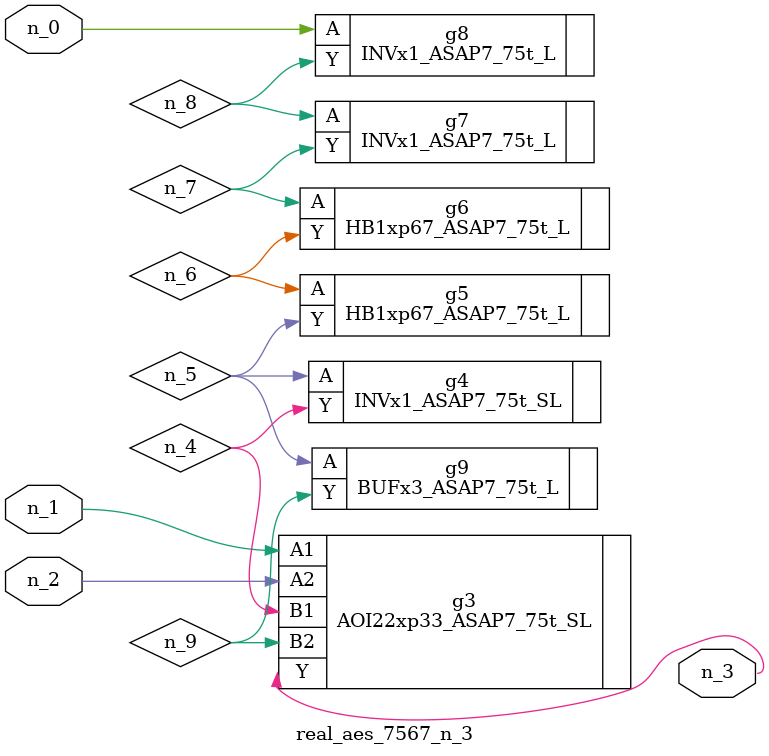
<source format=v>
module real_aes_7567_n_3 (n_0, n_2, n_1, n_3);
input n_0;
input n_2;
input n_1;
output n_3;
wire n_4;
wire n_5;
wire n_7;
wire n_9;
wire n_6;
wire n_8;
INVx1_ASAP7_75t_L g8 ( .A(n_0), .Y(n_8) );
AOI22xp33_ASAP7_75t_SL g3 ( .A1(n_1), .A2(n_2), .B1(n_4), .B2(n_9), .Y(n_3) );
INVx1_ASAP7_75t_SL g4 ( .A(n_5), .Y(n_4) );
BUFx3_ASAP7_75t_L g9 ( .A(n_5), .Y(n_9) );
HB1xp67_ASAP7_75t_L g5 ( .A(n_6), .Y(n_5) );
HB1xp67_ASAP7_75t_L g6 ( .A(n_7), .Y(n_6) );
INVx1_ASAP7_75t_L g7 ( .A(n_8), .Y(n_7) );
endmodule
</source>
